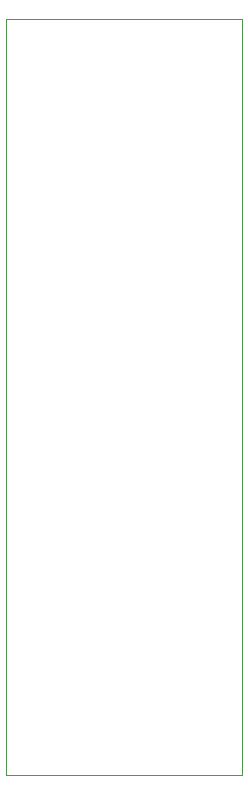
<source format=gm1>
%TF.GenerationSoftware,KiCad,Pcbnew,(6.0.2)*%
%TF.CreationDate,2022-04-24T21:41:02-05:00*%
%TF.ProjectId,thinkpad-teensy-keyboard,7468696e-6b70-4616-942d-7465656e7379,v1.0.0*%
%TF.SameCoordinates,Original*%
%TF.FileFunction,Profile,NP*%
%FSLAX46Y46*%
G04 Gerber Fmt 4.6, Leading zero omitted, Abs format (unit mm)*
G04 Created by KiCad (PCBNEW (6.0.2)) date 2022-04-24 21:41:02*
%MOMM*%
%LPD*%
G01*
G04 APERTURE LIST*
%TA.AperFunction,Profile*%
%ADD10C,0.038100*%
%TD*%
G04 APERTURE END LIST*
D10*
X130000000Y-110000000D02*
X130000000Y-46000000D01*
X110000000Y-110000000D02*
X130000000Y-110000000D01*
X110000000Y-46000000D02*
X110000000Y-110000000D01*
X130000000Y-46000000D02*
X110000000Y-46000000D01*
M02*

</source>
